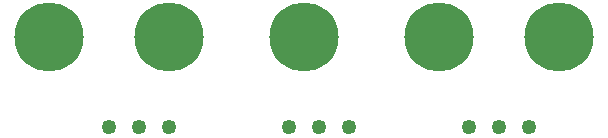
<source format=gts>
G04 MADE WITH FRITZING*
G04 WWW.FRITZING.ORG*
G04 DOUBLE SIDED*
G04 HOLES PLATED*
G04 CONTOUR ON CENTER OF CONTOUR VECTOR*
%ASAXBY*%
%FSLAX23Y23*%
%MOIN*%
%OFA0B0*%
%SFA1.0B1.0*%
%ADD10C,0.230473*%
%ADD11C,0.049370*%
%LNMASK1*%
G90*
G70*
G54D10*
X1459Y625D03*
X1009Y625D03*
X559Y625D03*
X159Y625D03*
X1859Y625D03*
G54D11*
X559Y325D03*
X459Y325D03*
X359Y325D03*
X959Y325D03*
X1159Y325D03*
X1059Y325D03*
X1659Y325D03*
X1759Y325D03*
X1559Y325D03*
G04 End of Mask1*
M02*
</source>
